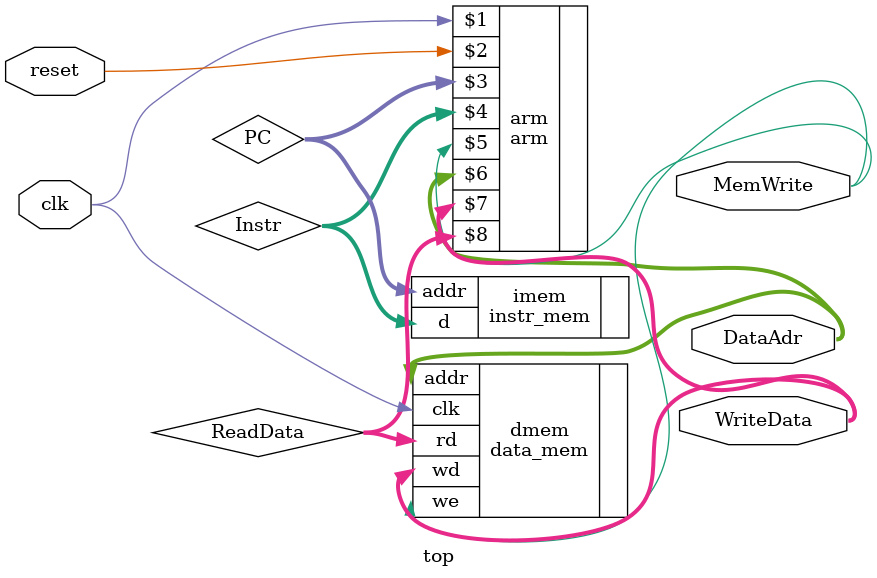
<source format=v>
module top(input  clk, reset, 
           output [31:0] WriteData, DataAdr, 
           output MemWrite);

  wire [31:0] PC, Instr, ReadData;
  
  // instantiate processor and memories
  arm arm(clk, reset, PC, Instr, MemWrite, DataAdr, 
          WriteData, ReadData);

  instr_mem imem(.addr(PC), 
                 .d(Instr));

  data_mem dmem(.clk(clk), 
                .we(MemWrite), 
                .addr(DataAdr), 
                .wd(WriteData), 
                .rd(ReadData));
endmodule
</source>
